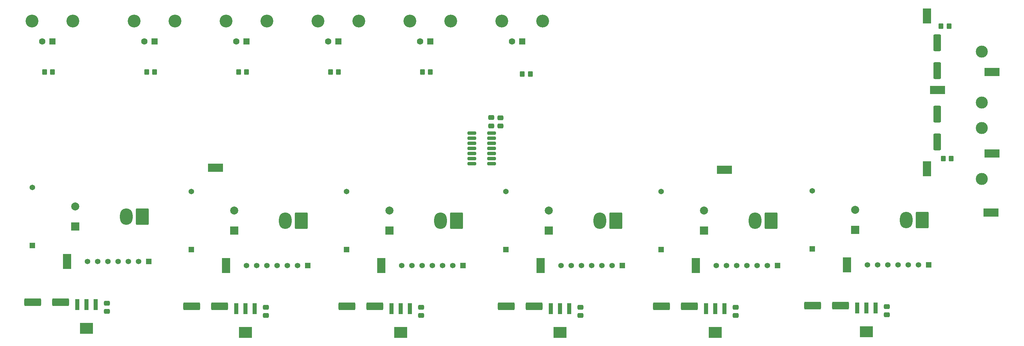
<source format=gbr>
%TF.GenerationSoftware,KiCad,Pcbnew,7.0.9*%
%TF.CreationDate,2023-12-09T12:48:13-06:00*%
%TF.ProjectId,ShutterDriver,53687574-7465-4724-9472-697665722e6b,1*%
%TF.SameCoordinates,Original*%
%TF.FileFunction,Soldermask,Top*%
%TF.FilePolarity,Negative*%
%FSLAX46Y46*%
G04 Gerber Fmt 4.6, Leading zero omitted, Abs format (unit mm)*
G04 Created by KiCad (PCBNEW 7.0.9) date 2023-12-09 12:48:13*
%MOMM*%
%LPD*%
G01*
G04 APERTURE LIST*
G04 Aperture macros list*
%AMRoundRect*
0 Rectangle with rounded corners*
0 $1 Rounding radius*
0 $2 $3 $4 $5 $6 $7 $8 $9 X,Y pos of 4 corners*
0 Add a 4 corners polygon primitive as box body*
4,1,4,$2,$3,$4,$5,$6,$7,$8,$9,$2,$3,0*
0 Add four circle primitives for the rounded corners*
1,1,$1+$1,$2,$3*
1,1,$1+$1,$4,$5*
1,1,$1+$1,$6,$7*
1,1,$1+$1,$8,$9*
0 Add four rect primitives between the rounded corners*
20,1,$1+$1,$2,$3,$4,$5,0*
20,1,$1+$1,$4,$5,$6,$7,0*
20,1,$1+$1,$6,$7,$8,$9,0*
20,1,$1+$1,$8,$9,$2,$3,0*%
G04 Aperture macros list end*
%ADD10RoundRect,0.250000X1.825000X0.700000X-1.825000X0.700000X-1.825000X-0.700000X1.825000X-0.700000X0*%
%ADD11RoundRect,0.250000X0.475000X-0.337500X0.475000X0.337500X-0.475000X0.337500X-0.475000X-0.337500X0*%
%ADD12R,1.371600X1.371600*%
%ADD13C,1.371600*%
%ADD14RoundRect,0.250000X1.330000X1.800000X-1.330000X1.800000X-1.330000X-1.800000X1.330000X-1.800000X0*%
%ADD15O,3.160000X4.100000*%
%ADD16RoundRect,0.250000X0.700000X-1.825000X0.700000X1.825000X-0.700000X1.825000X-0.700000X-1.825000X0*%
%ADD17RoundRect,0.250000X-0.700000X1.825000X-0.700000X-1.825000X0.700000X-1.825000X0.700000X1.825000X0*%
%ADD18R,3.800000X2.000000*%
%ADD19RoundRect,0.250000X0.350000X0.450000X-0.350000X0.450000X-0.350000X-0.450000X0.350000X-0.450000X0*%
%ADD20R,1.000000X2.700000*%
%ADD21R,3.300001X2.700000*%
%ADD22RoundRect,0.250000X-0.350000X-0.450000X0.350000X-0.450000X0.350000X0.450000X-0.350000X0.450000X0*%
%ADD23RoundRect,0.250000X-0.475000X0.337500X-0.475000X-0.337500X0.475000X-0.337500X0.475000X0.337500X0*%
%ADD24C,3.000000*%
%ADD25R,2.000000X2.000000*%
%ADD26C,2.000000*%
%ADD27RoundRect,0.102000X0.699000X0.699000X-0.699000X0.699000X-0.699000X-0.699000X0.699000X-0.699000X0*%
%ADD28C,1.602000*%
%ADD29C,3.204000*%
%ADD30R,2.000000X3.800000*%
%ADD31R,1.361948X1.361948*%
%ADD32C,1.361948*%
%ADD33RoundRect,0.192000X-0.895000X-0.210000X0.895000X-0.210000X0.895000X0.210000X-0.895000X0.210000X0*%
G04 APERTURE END LIST*
D10*
%TO.C,C15*%
X114854000Y-140589000D03*
X107904000Y-140589000D03*
%TD*%
D11*
%TO.C,C7*%
X143829000Y-95631000D03*
X143829000Y-93556000D03*
%TD*%
D12*
%TO.C,R5*%
X186055000Y-126492000D03*
D13*
X186055000Y-112014000D03*
%TD*%
D12*
%TO.C,R2*%
X69215000Y-126492000D03*
D13*
X69215000Y-112014000D03*
%TD*%
D14*
%TO.C,J12*%
X250975000Y-119062500D03*
D15*
X247015000Y-119062500D03*
%TD*%
D14*
%TO.C,J8*%
X96543000Y-119253000D03*
D15*
X92583000Y-119253000D03*
%TD*%
D12*
%TO.C,R4*%
X147447000Y-126492000D03*
D13*
X147447000Y-112014000D03*
%TD*%
D16*
%TO.C,C12*%
X254716000Y-99614000D03*
X254716000Y-92664000D03*
%TD*%
D10*
%TO.C,C19*%
X154478000Y-140589000D03*
X147528000Y-140589000D03*
%TD*%
D17*
%TO.C,C22*%
X254716000Y-74884000D03*
X254716000Y-81834000D03*
%TD*%
D18*
%TO.C,GND3*%
X201803000Y-106553000D03*
%TD*%
D11*
%TO.C,C8*%
X146115000Y-95652500D03*
X146115000Y-93577500D03*
%TD*%
D19*
%TO.C,FB1*%
X258191000Y-103759000D03*
X256191000Y-103759000D03*
%TD*%
D20*
%TO.C,U11*%
X163209000Y-141195001D03*
X160909000Y-141195001D03*
X158609000Y-141195001D03*
D21*
X160909000Y-147095002D03*
%TD*%
D22*
%TO.C,R12*%
X80931000Y-82169000D03*
X82931000Y-82169000D03*
%TD*%
D23*
%TO.C,C16*%
X165989000Y-140843000D03*
X165989000Y-142918000D03*
%TD*%
D24*
%TO.C,J14*%
X265811000Y-96139000D03*
%TD*%
D20*
%TO.C,U8*%
X45434000Y-140179001D03*
X43134000Y-140179001D03*
X40834000Y-140179001D03*
D21*
X43134000Y-146079002D03*
%TD*%
D25*
%TO.C,C5*%
X196723000Y-121713000D03*
D26*
X196723000Y-116713000D03*
%TD*%
D27*
%TO.C,J3*%
X82931000Y-74549000D03*
D28*
X80391000Y-74549000D03*
D29*
X88011000Y-69469000D03*
X77851000Y-69469000D03*
%TD*%
D10*
%TO.C,C14*%
X76246000Y-140589000D03*
X69296000Y-140589000D03*
%TD*%
%TO.C,C13*%
X36703000Y-139573000D03*
X29753000Y-139573000D03*
%TD*%
D14*
%TO.C,J7*%
X57000000Y-118237000D03*
D15*
X53040000Y-118237000D03*
%TD*%
D25*
%TO.C,C6*%
X234315000Y-121522500D03*
D26*
X234315000Y-116522500D03*
%TD*%
D30*
%TO.C,12V_FILTERED1*%
X252176000Y-106299000D03*
%TD*%
D25*
%TO.C,C3*%
X118491000Y-121713000D03*
D26*
X118491000Y-116713000D03*
%TD*%
D25*
%TO.C,C2*%
X79883000Y-121713000D03*
D26*
X79883000Y-116713000D03*
%TD*%
D20*
%TO.C,U10*%
X123585000Y-141195001D03*
X121285000Y-141195001D03*
X118985000Y-141195001D03*
D21*
X121285000Y-147095002D03*
%TD*%
D22*
%TO.C,R10*%
X126651000Y-82169000D03*
X128651000Y-82169000D03*
%TD*%
D30*
%TO.C,5V_FILTERED1*%
X252176000Y-68199000D03*
%TD*%
D31*
%TO.C,U3*%
X136779000Y-130429000D03*
D32*
X134239000Y-130429000D03*
X131699000Y-130429000D03*
X129159000Y-130429000D03*
X126619000Y-130429000D03*
X124079000Y-130429000D03*
X121539000Y-130429000D03*
%TD*%
D12*
%TO.C,R3*%
X107823000Y-126492000D03*
D13*
X107823000Y-112014000D03*
%TD*%
D18*
%TO.C,5V_RAW1*%
X268351000Y-82169000D03*
%TD*%
D27*
%TO.C,J6*%
X151511000Y-74549000D03*
D28*
X148971000Y-74549000D03*
D29*
X156591000Y-69469000D03*
X146431000Y-69469000D03*
%TD*%
D31*
%TO.C,U5*%
X215011000Y-130429000D03*
D32*
X212471000Y-130429000D03*
X209931000Y-130429000D03*
X207391000Y-130429000D03*
X204851000Y-130429000D03*
X202311000Y-130429000D03*
X199771000Y-130429000D03*
%TD*%
D30*
%TO.C,10V_3*%
X116459000Y-130429000D03*
%TD*%
D20*
%TO.C,U12*%
X201817000Y-141195001D03*
X199517000Y-141195001D03*
X197217000Y-141195001D03*
D21*
X199517000Y-147095002D03*
%TD*%
D19*
%TO.C,R8*%
X153511000Y-82677000D03*
X151511000Y-82677000D03*
%TD*%
D33*
%TO.C,U7*%
X138941000Y-97409000D03*
X138941000Y-98679000D03*
X138941000Y-99949000D03*
X138941000Y-101219000D03*
X138941000Y-102489000D03*
X138941000Y-103759000D03*
X138941000Y-105029000D03*
X143891000Y-105029000D03*
X143891000Y-103759000D03*
X143891000Y-102489000D03*
X143891000Y-101219000D03*
X143891000Y-99949000D03*
X143891000Y-98679000D03*
X143891000Y-97409000D03*
%TD*%
D23*
%TO.C,C18*%
X242189000Y-140652500D03*
X242189000Y-142727500D03*
%TD*%
D30*
%TO.C,10V_5*%
X194691000Y-130429000D03*
%TD*%
D14*
%TO.C,J11*%
X213383000Y-119253000D03*
D15*
X209423000Y-119253000D03*
%TD*%
D12*
%TO.C,R6*%
X223647000Y-126301500D03*
D13*
X223647000Y-111823500D03*
%TD*%
D18*
%TO.C,GND1*%
X254742858Y-86625798D03*
%TD*%
D14*
%TO.C,J10*%
X174775000Y-119253000D03*
D15*
X170815000Y-119253000D03*
%TD*%
D10*
%TO.C,C21*%
X230678000Y-140398500D03*
X223728000Y-140398500D03*
%TD*%
D31*
%TO.C,U1*%
X58628000Y-129413000D03*
D32*
X56088000Y-129413000D03*
X53548000Y-129413000D03*
X51008000Y-129413000D03*
X48468000Y-129413000D03*
X45928000Y-129413000D03*
X43388000Y-129413000D03*
%TD*%
D24*
%TO.C,J16*%
X265811000Y-89789000D03*
%TD*%
D30*
%TO.C,10V_6*%
X232283000Y-130238500D03*
%TD*%
%TO.C,10V_1*%
X38308000Y-129413000D03*
%TD*%
D23*
%TO.C,C9*%
X48214000Y-139827000D03*
X48214000Y-141902000D03*
%TD*%
D22*
%TO.C,R7*%
X58071000Y-82169000D03*
X60071000Y-82169000D03*
%TD*%
D18*
%TO.C,12V_RAW1*%
X268351000Y-102489000D03*
%TD*%
D24*
%TO.C,J15*%
X265811000Y-77089000D03*
%TD*%
D27*
%TO.C,J1*%
X34671000Y-74549000D03*
D28*
X32131000Y-74549000D03*
D29*
X39751000Y-69469000D03*
X29591000Y-69469000D03*
%TD*%
D27*
%TO.C,J5*%
X128651000Y-74549000D03*
D28*
X126111000Y-74549000D03*
D29*
X133731000Y-69469000D03*
X123571000Y-69469000D03*
%TD*%
D22*
%TO.C,R11*%
X32671000Y-82169000D03*
X34671000Y-82169000D03*
%TD*%
D18*
%TO.C,GND4*%
X75184000Y-106045000D03*
%TD*%
D24*
%TO.C,J13*%
X265811000Y-108839000D03*
%TD*%
D31*
%TO.C,U4*%
X176403000Y-130429000D03*
D32*
X173863000Y-130429000D03*
X171323000Y-130429000D03*
X168783000Y-130429000D03*
X166243000Y-130429000D03*
X163703000Y-130429000D03*
X161163000Y-130429000D03*
%TD*%
D10*
%TO.C,C20*%
X193086000Y-140589000D03*
X186136000Y-140589000D03*
%TD*%
D23*
%TO.C,C10*%
X87757000Y-140843000D03*
X87757000Y-142918000D03*
%TD*%
D22*
%TO.C,R9*%
X103791000Y-82169000D03*
X105791000Y-82169000D03*
%TD*%
D25*
%TO.C,C4*%
X158115000Y-121713000D03*
D26*
X158115000Y-116713000D03*
%TD*%
D20*
%TO.C,U9*%
X84977000Y-141195001D03*
X82677000Y-141195001D03*
X80377000Y-141195001D03*
D21*
X82677000Y-147095002D03*
%TD*%
D31*
%TO.C,U6*%
X252603000Y-130238500D03*
D32*
X250063000Y-130238500D03*
X247523000Y-130238500D03*
X244983000Y-130238500D03*
X242443000Y-130238500D03*
X239903000Y-130238500D03*
X237363000Y-130238500D03*
%TD*%
D27*
%TO.C,J2*%
X60071000Y-74549000D03*
D28*
X57531000Y-74549000D03*
D29*
X65151000Y-69469000D03*
X54991000Y-69469000D03*
%TD*%
D14*
%TO.C,J9*%
X135151000Y-119253000D03*
D15*
X131191000Y-119253000D03*
%TD*%
D31*
%TO.C,U2*%
X98171000Y-130429000D03*
D32*
X95631000Y-130429000D03*
X93091000Y-130429000D03*
X90551000Y-130429000D03*
X88011000Y-130429000D03*
X85471000Y-130429000D03*
X82931000Y-130429000D03*
%TD*%
D25*
%TO.C,C1*%
X40340000Y-120697000D03*
D26*
X40340000Y-115697000D03*
%TD*%
D18*
%TO.C,GND2*%
X268097000Y-117221000D03*
%TD*%
D30*
%TO.C,10V_4*%
X156083000Y-130429000D03*
%TD*%
D23*
%TO.C,C17*%
X204597000Y-140843000D03*
X204597000Y-142918000D03*
%TD*%
D27*
%TO.C,J4*%
X105791000Y-74549000D03*
D28*
X103251000Y-74549000D03*
D29*
X110871000Y-69469000D03*
X100711000Y-69469000D03*
%TD*%
D19*
%TO.C,FB2*%
X257651000Y-70739000D03*
X255651000Y-70739000D03*
%TD*%
D30*
%TO.C,10V_2*%
X77851000Y-130429000D03*
%TD*%
D12*
%TO.C,R1*%
X29672000Y-125476000D03*
D13*
X29672000Y-110998000D03*
%TD*%
D23*
%TO.C,C11*%
X126365000Y-140843000D03*
X126365000Y-142918000D03*
%TD*%
D20*
%TO.C,U13*%
X239409000Y-141004501D03*
X237109000Y-141004501D03*
X234809000Y-141004501D03*
D21*
X237109000Y-146904502D03*
%TD*%
M02*

</source>
